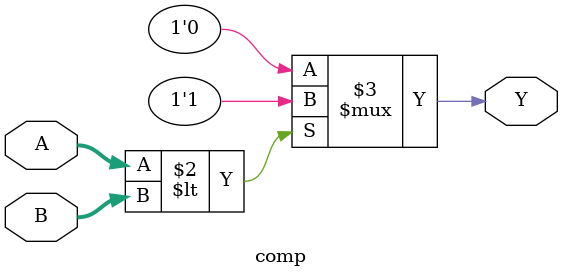
<source format=sv>
module comp (

    input logic [15:0] A,

    input logic [7:0] B,

    output logic Y

);

always_comb begin

    Y = (A < B) ? 1'b1 : 1'b0;

end

endmodule



</source>
